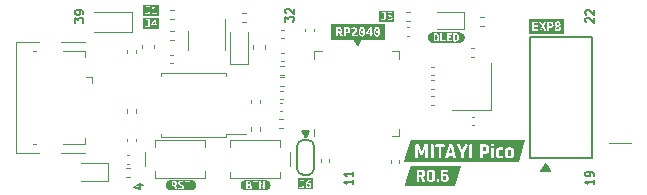
<source format=gbr>
%TF.GenerationSoftware,KiCad,Pcbnew,8.0.1*%
%TF.CreationDate,2024-04-07T18:53:55+05:30*%
%TF.ProjectId,Mitayi-Pico-RP2040,4d697461-7969-42d5-9069-636f2d525032,0.6*%
%TF.SameCoordinates,PX73df160PY5f2d3c0*%
%TF.FileFunction,Legend,Top*%
%TF.FilePolarity,Positive*%
%FSLAX46Y46*%
G04 Gerber Fmt 4.6, Leading zero omitted, Abs format (unit mm)*
G04 Created by KiCad (PCBNEW 8.0.1) date 2024-04-07 18:53:55*
%MOMM*%
%LPD*%
G01*
G04 APERTURE LIST*
%ADD10C,0.150000*%
%ADD11C,0.120000*%
%ADD12C,0.000000*%
G04 APERTURE END LIST*
D10*
X47300000Y15650000D02*
X47300000Y5350000D01*
X42050000Y15650000D02*
X47300000Y15650000D01*
X42050000Y15650000D02*
X42050000Y5350000D01*
X47300000Y5350000D02*
X42050000Y5350000D01*
X3516033Y16833333D02*
X3516033Y17266667D01*
X3516033Y17266667D02*
X3782700Y17033333D01*
X3782700Y17033333D02*
X3782700Y17133333D01*
X3782700Y17133333D02*
X3816033Y17200000D01*
X3816033Y17200000D02*
X3849366Y17233333D01*
X3849366Y17233333D02*
X3916033Y17266667D01*
X3916033Y17266667D02*
X4082700Y17266667D01*
X4082700Y17266667D02*
X4149366Y17233333D01*
X4149366Y17233333D02*
X4182700Y17200000D01*
X4182700Y17200000D02*
X4216033Y17133333D01*
X4216033Y17133333D02*
X4216033Y16933333D01*
X4216033Y16933333D02*
X4182700Y16866667D01*
X4182700Y16866667D02*
X4149366Y16833333D01*
X4216033Y17600000D02*
X4216033Y17733334D01*
X4216033Y17733334D02*
X4182700Y17800000D01*
X4182700Y17800000D02*
X4149366Y17833334D01*
X4149366Y17833334D02*
X4049366Y17900000D01*
X4049366Y17900000D02*
X3916033Y17933334D01*
X3916033Y17933334D02*
X3649366Y17933334D01*
X3649366Y17933334D02*
X3582700Y17900000D01*
X3582700Y17900000D02*
X3549366Y17866667D01*
X3549366Y17866667D02*
X3516033Y17800000D01*
X3516033Y17800000D02*
X3516033Y17666667D01*
X3516033Y17666667D02*
X3549366Y17600000D01*
X3549366Y17600000D02*
X3582700Y17566667D01*
X3582700Y17566667D02*
X3649366Y17533334D01*
X3649366Y17533334D02*
X3816033Y17533334D01*
X3816033Y17533334D02*
X3882700Y17566667D01*
X3882700Y17566667D02*
X3916033Y17600000D01*
X3916033Y17600000D02*
X3949366Y17666667D01*
X3949366Y17666667D02*
X3949366Y17800000D01*
X3949366Y17800000D02*
X3916033Y17866667D01*
X3916033Y17866667D02*
X3882700Y17900000D01*
X3882700Y17900000D02*
X3816033Y17933334D01*
X21316033Y16933333D02*
X21316033Y17366667D01*
X21316033Y17366667D02*
X21582700Y17133333D01*
X21582700Y17133333D02*
X21582700Y17233333D01*
X21582700Y17233333D02*
X21616033Y17300000D01*
X21616033Y17300000D02*
X21649366Y17333333D01*
X21649366Y17333333D02*
X21716033Y17366667D01*
X21716033Y17366667D02*
X21882700Y17366667D01*
X21882700Y17366667D02*
X21949366Y17333333D01*
X21949366Y17333333D02*
X21982700Y17300000D01*
X21982700Y17300000D02*
X22016033Y17233333D01*
X22016033Y17233333D02*
X22016033Y17033333D01*
X22016033Y17033333D02*
X21982700Y16966667D01*
X21982700Y16966667D02*
X21949366Y16933333D01*
X21382700Y17633334D02*
X21349366Y17666667D01*
X21349366Y17666667D02*
X21316033Y17733334D01*
X21316033Y17733334D02*
X21316033Y17900000D01*
X21316033Y17900000D02*
X21349366Y17966667D01*
X21349366Y17966667D02*
X21382700Y18000000D01*
X21382700Y18000000D02*
X21449366Y18033334D01*
X21449366Y18033334D02*
X21516033Y18033334D01*
X21516033Y18033334D02*
X21616033Y18000000D01*
X21616033Y18000000D02*
X22016033Y17600000D01*
X22016033Y17600000D02*
X22016033Y18033334D01*
X43045238Y4340867D02*
X43045238Y4302772D01*
X43083333Y4417058D02*
X43083333Y4302772D01*
X43121428Y4493248D02*
X43121428Y4302772D01*
X43159523Y4569439D02*
X43159523Y4302772D01*
X43197618Y4607534D02*
X43197618Y4302772D01*
X43235714Y4683724D02*
X43235714Y4302772D01*
X43273809Y4759915D02*
X43273809Y4302772D01*
X43311904Y4836105D02*
X43311904Y4302772D01*
X43349999Y4912296D02*
X43349999Y4302772D01*
X43388095Y4836105D02*
X43388095Y4302772D01*
X43426190Y4759915D02*
X43426190Y4302772D01*
X43464285Y4683724D02*
X43464285Y4302772D01*
X43502380Y4607534D02*
X43502380Y4302772D01*
X43540476Y4569439D02*
X43540476Y4302772D01*
X43578571Y4493248D02*
X43578571Y4302772D01*
X43616666Y4417058D02*
X43616666Y4302772D01*
X43654761Y4302772D02*
X43349999Y4874200D01*
X43349999Y4874200D02*
X43045238Y4302772D01*
X43654761Y4340867D02*
X43654761Y4302772D01*
X43349999Y4912296D02*
X43692857Y4302772D01*
X43692857Y4302772D02*
X43007142Y4302772D01*
X43007142Y4302772D02*
X43349999Y4912296D01*
X27016033Y3566667D02*
X27016033Y3166667D01*
X27016033Y3366667D02*
X26316033Y3366667D01*
X26316033Y3366667D02*
X26416033Y3300000D01*
X26416033Y3300000D02*
X26482700Y3233333D01*
X26482700Y3233333D02*
X26516033Y3166667D01*
X27016033Y4233334D02*
X27016033Y3833334D01*
X27016033Y4033334D02*
X26316033Y4033334D01*
X26316033Y4033334D02*
X26416033Y3966667D01*
X26416033Y3966667D02*
X26482700Y3900000D01*
X26482700Y3900000D02*
X26516033Y3833334D01*
X46782700Y16866667D02*
X46749366Y16900000D01*
X46749366Y16900000D02*
X46716033Y16966667D01*
X46716033Y16966667D02*
X46716033Y17133333D01*
X46716033Y17133333D02*
X46749366Y17200000D01*
X46749366Y17200000D02*
X46782700Y17233333D01*
X46782700Y17233333D02*
X46849366Y17266667D01*
X46849366Y17266667D02*
X46916033Y17266667D01*
X46916033Y17266667D02*
X47016033Y17233333D01*
X47016033Y17233333D02*
X47416033Y16833333D01*
X47416033Y16833333D02*
X47416033Y17266667D01*
X46782700Y17533334D02*
X46749366Y17566667D01*
X46749366Y17566667D02*
X46716033Y17633334D01*
X46716033Y17633334D02*
X46716033Y17800000D01*
X46716033Y17800000D02*
X46749366Y17866667D01*
X46749366Y17866667D02*
X46782700Y17900000D01*
X46782700Y17900000D02*
X46849366Y17933334D01*
X46849366Y17933334D02*
X46916033Y17933334D01*
X46916033Y17933334D02*
X47016033Y17900000D01*
X47016033Y17900000D02*
X47416033Y17500000D01*
X47416033Y17500000D02*
X47416033Y17933334D01*
X8799366Y3133334D02*
X9266033Y3133334D01*
X8532700Y2966667D02*
X9032700Y2800001D01*
X9032700Y2800001D02*
X9032700Y3233334D01*
X47416033Y3566667D02*
X47416033Y3166667D01*
X47416033Y3366667D02*
X46716033Y3366667D01*
X46716033Y3366667D02*
X46816033Y3300000D01*
X46816033Y3300000D02*
X46882700Y3233333D01*
X46882700Y3233333D02*
X46916033Y3166667D01*
X47416033Y3900000D02*
X47416033Y4033334D01*
X47416033Y4033334D02*
X47382700Y4100000D01*
X47382700Y4100000D02*
X47349366Y4133334D01*
X47349366Y4133334D02*
X47249366Y4200000D01*
X47249366Y4200000D02*
X47116033Y4233334D01*
X47116033Y4233334D02*
X46849366Y4233334D01*
X46849366Y4233334D02*
X46782700Y4200000D01*
X46782700Y4200000D02*
X46749366Y4166667D01*
X46749366Y4166667D02*
X46716033Y4100000D01*
X46716033Y4100000D02*
X46716033Y3966667D01*
X46716033Y3966667D02*
X46749366Y3900000D01*
X46749366Y3900000D02*
X46782700Y3866667D01*
X46782700Y3866667D02*
X46849366Y3833334D01*
X46849366Y3833334D02*
X47016033Y3833334D01*
X47016033Y3833334D02*
X47082700Y3866667D01*
X47082700Y3866667D02*
X47116033Y3900000D01*
X47116033Y3900000D02*
X47149366Y3966667D01*
X47149366Y3966667D02*
X47149366Y4100000D01*
X47149366Y4100000D02*
X47116033Y4166667D01*
X47116033Y4166667D02*
X47082700Y4200000D01*
X47082700Y4200000D02*
X47016033Y4233334D01*
X23316667Y7633967D02*
X23316667Y7667300D01*
X23283333Y7567300D02*
X23283333Y7667300D01*
X23250000Y7500634D02*
X23250000Y7667300D01*
X23216667Y7433967D02*
X23216667Y7667300D01*
X23183333Y7400634D02*
X23183333Y7667300D01*
X23150000Y7333967D02*
X23150000Y7667300D01*
X23116667Y7267300D02*
X23116667Y7667300D01*
X23083333Y7200634D02*
X23083333Y7667300D01*
X23050000Y7133967D02*
X23050000Y7667300D01*
X23016667Y7200634D02*
X23016667Y7667300D01*
X22983333Y7267300D02*
X22983333Y7667300D01*
X22950000Y7333967D02*
X22950000Y7667300D01*
X22916667Y7400634D02*
X22916667Y7667300D01*
X22883333Y7433967D02*
X22883333Y7667300D01*
X22850000Y7500634D02*
X22850000Y7667300D01*
X22816667Y7567300D02*
X22816667Y7667300D01*
X22783333Y7667300D02*
X23050000Y7167300D01*
X23050000Y7167300D02*
X23316667Y7667300D01*
X22783333Y7633967D02*
X22783333Y7667300D01*
X23050000Y7133967D02*
X22750000Y7667300D01*
X22750000Y7667300D02*
X23350000Y7667300D01*
X23350000Y7667300D02*
X23050000Y7133967D01*
X27754762Y15559134D02*
X27754762Y15597229D01*
X27716666Y15482943D02*
X27716666Y15597229D01*
X27678571Y15406753D02*
X27678571Y15597229D01*
X27640476Y15330562D02*
X27640476Y15597229D01*
X27602381Y15292467D02*
X27602381Y15597229D01*
X27564285Y15216277D02*
X27564285Y15597229D01*
X27526190Y15140086D02*
X27526190Y15597229D01*
X27488095Y15063896D02*
X27488095Y15597229D01*
X27450000Y14987705D02*
X27450000Y15597229D01*
X27411904Y15063896D02*
X27411904Y15597229D01*
X27373809Y15140086D02*
X27373809Y15597229D01*
X27335714Y15216277D02*
X27335714Y15597229D01*
X27297619Y15292467D02*
X27297619Y15597229D01*
X27259523Y15330562D02*
X27259523Y15597229D01*
X27221428Y15406753D02*
X27221428Y15597229D01*
X27183333Y15482943D02*
X27183333Y15597229D01*
X27145238Y15597229D02*
X27450000Y15025800D01*
X27450000Y15025800D02*
X27754762Y15597229D01*
X27145238Y15559134D02*
X27145238Y15597229D01*
X27450000Y14987705D02*
X27107142Y15597229D01*
X27107142Y15597229D02*
X27792857Y15597229D01*
X27792857Y15597229D02*
X27450000Y14987705D01*
%TO.C,JP6*%
X22785000Y6890000D02*
X23285000Y6890000D01*
X23735000Y6440000D02*
X23735000Y4435000D01*
X22335000Y4440000D02*
X22335000Y6440000D01*
X23285000Y3990000D02*
X22785000Y3990000D01*
X23285000Y6890000D02*
G75*
G02*
X23735000Y6440000I0J-450000D01*
G01*
X22335000Y6440000D02*
G75*
G02*
X22785000Y6890000I450000J0D01*
G01*
X23735000Y4440000D02*
G75*
G02*
X23285000Y3990000I-450000J0D01*
G01*
X22785000Y3990000D02*
G75*
G02*
X22335000Y4440000I0J450000D01*
G01*
D11*
%TO.C,JP5*%
X31542379Y17780000D02*
X31877621Y17780000D01*
X31542379Y17020000D02*
X31877621Y17020000D01*
D12*
%TO.C,kibuzzard-66126165*%
G36*
X23318651Y3180692D02*
G01*
X23350599Y3159439D01*
X23373936Y3078874D01*
X23368935Y3039980D01*
X23353377Y3003309D01*
X23326152Y2975528D01*
X23286147Y2964415D01*
X23237807Y2978306D01*
X23207248Y3015532D01*
X23191691Y3068317D01*
X23187246Y3129991D01*
X23187801Y3151105D01*
X23189468Y3171107D01*
X23226139Y3183331D01*
X23269478Y3187776D01*
X23318651Y3180692D01*
G37*
G36*
X23646192Y2730867D02*
G01*
X23507286Y2730867D01*
X23289481Y2730867D01*
X22688294Y2730867D01*
X22492714Y2730867D01*
X22353808Y2730867D01*
X22353808Y2907741D01*
X22492714Y2907741D01*
X22571613Y2864402D01*
X22624120Y2851067D01*
X22688294Y2846622D01*
X22749969Y2851484D01*
X22801642Y2866069D01*
X22844008Y2888989D01*
X22877762Y2918854D01*
X22919990Y2996641D01*
X22929575Y3042480D01*
X22932769Y3091097D01*
X22932769Y3142215D01*
X23052784Y3142215D01*
X23059514Y3049673D01*
X23079701Y2975034D01*
X23113347Y2918298D01*
X23159835Y2878478D01*
X23218546Y2854586D01*
X23289481Y2846622D01*
X23342265Y2852040D01*
X23387271Y2868292D01*
X23455057Y2924410D01*
X23494506Y2999975D01*
X23507286Y3081096D01*
X23495617Y3165551D01*
X23457279Y3235560D01*
X23388937Y3283344D01*
X23342682Y3296679D01*
X23287258Y3301124D01*
X23251698Y3296123D01*
X23210582Y3282232D01*
X23248920Y3354464D01*
X23310594Y3401692D01*
X23388382Y3427806D01*
X23475059Y3436696D01*
X23467281Y3553378D01*
X23378103Y3546710D01*
X23297259Y3526708D01*
X23226139Y3493648D01*
X23166132Y3447809D01*
X23117931Y3389468D01*
X23082232Y3318904D01*
X23060146Y3236393D01*
X23052784Y3142215D01*
X22932769Y3142215D01*
X22932769Y3548933D01*
X22564946Y3548933D01*
X22564946Y3435585D01*
X22794974Y3435585D01*
X22794974Y3098876D01*
X22786779Y3034285D01*
X22762192Y2993863D01*
X22724271Y2972610D01*
X22676071Y2965526D01*
X22606617Y2982195D01*
X22544943Y3016644D01*
X22492714Y2907741D01*
X22353808Y2907741D01*
X22353808Y3669133D01*
X22492714Y3669133D01*
X23507286Y3669133D01*
X23646192Y3669133D01*
X23646192Y2730867D01*
G37*
D11*
%TO.C,D2*%
X34150000Y16295000D02*
X36435000Y16295000D01*
X36435000Y17765000D02*
X34150000Y17765000D01*
X36435000Y16295000D02*
X36435000Y17765000D01*
%TO.C,C17*%
X37327836Y8870000D02*
X37112164Y8870000D01*
X37327836Y8150000D02*
X37112164Y8150000D01*
%TO.C,C12*%
X24310000Y5297836D02*
X24310000Y5082164D01*
X25030000Y5297836D02*
X25030000Y5082164D01*
D12*
%TO.C,kibuzzard-660C3D9D*%
G36*
X18317162Y3036103D02*
G01*
X18348833Y2964427D01*
X18337720Y2914977D01*
X18309383Y2884973D01*
X18269934Y2870527D01*
X18224373Y2866638D01*
X18190479Y2867749D01*
X18158809Y2871083D01*
X18158809Y3057773D01*
X18232151Y3057773D01*
X18317162Y3036103D01*
G37*
G36*
X18257710Y3330584D02*
G01*
X18288825Y3319472D01*
X18309939Y3296136D01*
X18317718Y3256686D01*
X18291048Y3193901D01*
X18212149Y3171120D01*
X18158809Y3171120D01*
X18158809Y3328917D01*
X18188813Y3332251D01*
X18221039Y3333362D01*
X18257710Y3330584D01*
G37*
G36*
X19710967Y3536322D02*
G01*
X19794422Y3511007D01*
X19871334Y3469896D01*
X19938748Y3414571D01*
X19994073Y3347157D01*
X20035184Y3270245D01*
X20060499Y3186790D01*
X20069047Y3100000D01*
X20060499Y3013210D01*
X20035184Y2929755D01*
X19994073Y2852843D01*
X19938748Y2785429D01*
X19871334Y2730104D01*
X19794422Y2688993D01*
X19710967Y2663678D01*
X19624177Y2655130D01*
X19577875Y2655130D01*
X19467861Y2655130D01*
X18864453Y2655130D01*
X18213260Y2655130D01*
X18022125Y2655130D01*
X17975823Y2655130D01*
X17889033Y2663678D01*
X17805578Y2688993D01*
X17728666Y2730104D01*
X17682811Y2767736D01*
X18022125Y2767736D01*
X18070187Y2758985D01*
X18118804Y2752734D01*
X18166865Y2748984D01*
X18213260Y2747734D01*
X18268128Y2750373D01*
X18319384Y2758291D01*
X18365501Y2772459D01*
X18404951Y2793851D01*
X18462180Y2860526D01*
X18478015Y2907337D01*
X18483294Y2964427D01*
X18477043Y3011100D01*
X18458291Y3055550D01*
X18422036Y3094444D01*
X18363279Y3124447D01*
X18427176Y3184455D01*
X18445095Y3225016D01*
X18451068Y3271133D01*
X18441066Y3335585D01*
X18403284Y3393926D01*
X18326608Y3436153D01*
X18287903Y3444488D01*
X18545524Y3444488D01*
X18545524Y3331140D01*
X18726658Y3331140D01*
X18726658Y2756624D01*
X18864453Y2756624D01*
X18864453Y3331140D01*
X19045586Y3331140D01*
X19045586Y3444488D01*
X19124485Y3444488D01*
X19124485Y2756624D01*
X19247834Y2756624D01*
X19247834Y3213348D01*
X19289135Y3137103D01*
X19328585Y3060983D01*
X19366182Y2984986D01*
X19401927Y2908988D01*
X19435820Y2832868D01*
X19467861Y2756624D01*
X19577875Y2756624D01*
X19577875Y3444488D01*
X19454526Y3444488D01*
X19454526Y3021101D01*
X19434940Y3064440D01*
X19411743Y3114446D01*
X19385629Y3168620D01*
X19357292Y3224460D01*
X19327427Y3281273D01*
X19296729Y3338363D01*
X19265614Y3393509D01*
X19234499Y3444488D01*
X19124485Y3444488D01*
X19045586Y3444488D01*
X18545524Y3444488D01*
X18287903Y3444488D01*
X18270489Y3448238D01*
X18199925Y3452266D01*
X18107691Y3447266D01*
X18022125Y3435598D01*
X18022125Y2767736D01*
X17682811Y2767736D01*
X17661252Y2785429D01*
X17605927Y2852843D01*
X17564816Y2929755D01*
X17539501Y3013210D01*
X17530953Y3100000D01*
X17539501Y3186790D01*
X17564816Y3270245D01*
X17605927Y3347157D01*
X17661252Y3414571D01*
X17728666Y3469896D01*
X17805578Y3511007D01*
X17889033Y3536322D01*
X17975823Y3544870D01*
X18022125Y3544870D01*
X19577875Y3544870D01*
X19624177Y3544870D01*
X19710967Y3536322D01*
G37*
D11*
%TO.C,C13*%
X9200000Y14950580D02*
X9200000Y14669420D01*
X10220000Y14950580D02*
X10220000Y14669420D01*
%TO.C,C6*%
X30240000Y5187836D02*
X30240000Y4972164D01*
X30960000Y5187836D02*
X30960000Y4972164D01*
%TO.C,C11*%
X21177836Y16265000D02*
X20962164Y16265000D01*
X21177836Y15545000D02*
X20962164Y15545000D01*
D12*
%TO.C,kibuzzard-631DD065*%
G36*
X44457745Y16809080D02*
G01*
X44487590Y16742405D01*
X44471080Y16674460D01*
X44415200Y16610325D01*
X44352653Y16640170D01*
X44312330Y16668745D01*
X44283120Y16741135D01*
X44314235Y16808445D01*
X44385990Y16831305D01*
X44457745Y16809080D01*
G37*
G36*
X44415200Y16472530D02*
G01*
X44469175Y16440780D01*
X44499655Y16405855D01*
X44509180Y16361405D01*
X44475525Y16296000D01*
X44384720Y16268695D01*
X44298995Y16294730D01*
X44262800Y16371565D01*
X44281850Y16440780D01*
X44336460Y16506185D01*
X44415200Y16472530D01*
G37*
G36*
X43791789Y16807651D02*
G01*
X43835445Y16786220D01*
X43863544Y16747644D01*
X43872910Y16689065D01*
X43863385Y16627311D01*
X43834810Y16586830D01*
X43787503Y16564446D01*
X43721780Y16556985D01*
X43658280Y16556985D01*
X43658280Y16810985D01*
X43697015Y16814160D01*
X43735750Y16814795D01*
X43791789Y16807651D01*
G37*
G36*
X42243500Y17172512D02*
G01*
X44656500Y17172512D01*
X44921083Y17172512D01*
X44921083Y15927488D01*
X44656500Y15927488D01*
X42243500Y15927488D01*
X41978917Y15927488D01*
X41978917Y16941795D01*
X42243500Y16941795D01*
X42243500Y16155665D01*
X42747690Y16155665D01*
X42812460Y16155665D01*
X42981370Y16155665D01*
X43010580Y16224404D01*
X43044870Y16301080D01*
X43081700Y16380296D01*
X43118530Y16456655D01*
X43155836Y16377915D01*
X43191555Y16299175D01*
X43223781Y16223927D01*
X43250610Y16155665D01*
X43419520Y16155665D01*
X43502070Y16155665D01*
X43658280Y16155665D01*
X43658280Y16352515D01*
X44116750Y16352515D01*
X44135800Y16262980D01*
X44189775Y16195670D01*
X44273595Y16153760D01*
X44325189Y16142806D01*
X44382180Y16139155D01*
X44452348Y16144235D01*
X44510450Y16159475D01*
X44594905Y16210910D01*
X44641895Y16281395D01*
X44656500Y16358865D01*
X44649039Y16416015D01*
X44626655Y16468085D01*
X44586174Y16515710D01*
X44524420Y16559525D01*
X44573950Y16599371D01*
X44608240Y16647790D01*
X44628243Y16700971D01*
X44634910Y16755105D01*
X44618241Y16839560D01*
X44568235Y16904965D01*
X44489971Y16946875D01*
X44388530Y16960845D01*
X44323125Y16955448D01*
X44269150Y16939255D01*
X44191680Y16884645D01*
X44149135Y16810350D01*
X44135800Y16730975D01*
X44156120Y16639535D01*
X44185330Y16597625D01*
X44232320Y16558255D01*
X44180568Y16514599D01*
X44144690Y16464910D01*
X44123735Y16410459D01*
X44116750Y16352515D01*
X43658280Y16352515D01*
X43658280Y16421095D01*
X43714160Y16421095D01*
X43808069Y16428080D01*
X43886598Y16449035D01*
X43949745Y16483960D01*
X43995959Y16534548D01*
X44023687Y16602493D01*
X44032930Y16687795D01*
X44023758Y16772250D01*
X43996241Y16839348D01*
X43950380Y16889090D01*
X43887868Y16923309D01*
X43810398Y16943841D01*
X43717970Y16950685D01*
X43668440Y16949415D01*
X43611290Y16946240D01*
X43553505Y16940525D01*
X43502070Y16931635D01*
X43502070Y16155665D01*
X43419520Y16155665D01*
X43385230Y16238850D01*
X43361894Y16289650D01*
X43335065Y16344260D01*
X43305379Y16401569D01*
X43273470Y16460465D01*
X43240132Y16518885D01*
X43206160Y16574765D01*
X43406820Y16941795D01*
X43249340Y16941795D01*
X43118530Y16690335D01*
X42994070Y16941795D01*
X42825160Y16941795D01*
X43030900Y16570955D01*
X42999785Y16515234D01*
X42967400Y16457290D01*
X42935174Y16399029D01*
X42904535Y16342355D01*
X42875960Y16288380D01*
X42849925Y16238215D01*
X42812460Y16155665D01*
X42747690Y16155665D01*
X42747690Y16285205D01*
X42399710Y16285205D01*
X42399710Y16506185D01*
X42677840Y16506185D01*
X42677840Y16635725D01*
X42399710Y16635725D01*
X42399710Y16812255D01*
X42719750Y16812255D01*
X42719750Y16941795D01*
X42243500Y16941795D01*
X41978917Y16941795D01*
X41978917Y17172512D01*
X42243500Y17172512D01*
G37*
%TO.C,kibuzzard-632CA15B*%
G36*
X28484885Y15994990D02*
G01*
X28307085Y15994990D01*
X28345185Y16067380D01*
X28390270Y16140405D01*
X28437895Y16209620D01*
X28484885Y16271850D01*
X28484885Y15994990D01*
G37*
G36*
X25910912Y16333128D02*
G01*
X25955045Y16311220D01*
X25983620Y16273755D01*
X25993145Y16219780D01*
X25957585Y16131515D01*
X25910912Y16108179D01*
X25842015Y16100400D01*
X25807725Y16100400D01*
X25807725Y16336620D01*
X25833125Y16339795D01*
X25854715Y16340430D01*
X25910912Y16333128D01*
G37*
G36*
X26576234Y16333286D02*
G01*
X26619890Y16311855D01*
X26647989Y16273279D01*
X26657355Y16214700D01*
X26647830Y16152946D01*
X26619255Y16112465D01*
X26571947Y16090081D01*
X26506225Y16082620D01*
X26442725Y16082620D01*
X26442725Y16336620D01*
X26481460Y16339795D01*
X26520195Y16340430D01*
X26576234Y16333286D01*
G37*
G36*
X27862426Y16334239D02*
G01*
X27903860Y16281375D01*
X27922557Y16227259D01*
X27933776Y16158891D01*
X27937515Y16076270D01*
X27933776Y15992944D01*
X27922557Y15924152D01*
X27903860Y15869895D01*
X27862426Y15817031D01*
X27805435Y15799410D01*
X27749238Y15817031D01*
X27707645Y15869895D01*
X27688595Y15924152D01*
X27677165Y15992944D01*
X27673355Y16076270D01*
X27673941Y16088970D01*
X27735585Y16088970D01*
X27754635Y16029915D01*
X27806705Y16005150D01*
X27856870Y16029915D01*
X27876555Y16088970D01*
X27856870Y16148660D01*
X27806705Y16174060D01*
X27754635Y16148660D01*
X27735585Y16088970D01*
X27673941Y16088970D01*
X27677165Y16158891D01*
X27688595Y16227259D01*
X27707645Y16281375D01*
X27749238Y16334239D01*
X27805435Y16351860D01*
X27862426Y16334239D01*
G37*
G36*
X29132426Y16334239D02*
G01*
X29173860Y16281375D01*
X29192557Y16227259D01*
X29203776Y16158891D01*
X29207515Y16076270D01*
X29203776Y15992944D01*
X29192557Y15924152D01*
X29173860Y15869895D01*
X29132426Y15817031D01*
X29075435Y15799410D01*
X29019238Y15817031D01*
X28977645Y15869895D01*
X28958595Y15924152D01*
X28947165Y15992944D01*
X28943355Y16076270D01*
X28943941Y16088970D01*
X29005585Y16088970D01*
X29024635Y16029915D01*
X29076705Y16005150D01*
X29126870Y16029915D01*
X29146555Y16088970D01*
X29126870Y16148660D01*
X29076705Y16174060D01*
X29024635Y16148660D01*
X29005585Y16088970D01*
X28943941Y16088970D01*
X28947165Y16158891D01*
X28958595Y16227259D01*
X28977645Y16281375D01*
X29019238Y16334239D01*
X29075435Y16351860D01*
X29132426Y16334239D01*
G37*
G36*
X25651515Y16749793D02*
G01*
X29348485Y16749793D01*
X29771818Y16749793D01*
X29771818Y15400207D01*
X29348485Y15400207D01*
X25651515Y15400207D01*
X25228182Y15400207D01*
X25228182Y15681300D01*
X25651515Y15681300D01*
X25807725Y15681300D01*
X25807725Y15970860D01*
X25889005Y15970860D01*
X25932026Y15898946D01*
X25972190Y15827985D01*
X26008544Y15756071D01*
X26040135Y15681300D01*
X26203965Y15681300D01*
X26286515Y15681300D01*
X26442725Y15681300D01*
X26442725Y15946730D01*
X26498605Y15946730D01*
X26592514Y15953715D01*
X26671043Y15974670D01*
X26734190Y16009595D01*
X26780404Y16060183D01*
X26808132Y16128128D01*
X26817375Y16213430D01*
X26808203Y16297885D01*
X26780686Y16364983D01*
X26765854Y16381070D01*
X26907545Y16381070D01*
X26985015Y16271850D01*
X27065025Y16331540D01*
X27142495Y16349320D01*
X27216155Y16323285D01*
X27245365Y16248990D01*
X27221870Y16181680D01*
X27162180Y16113100D01*
X27124715Y16076746D01*
X27084710Y16038805D01*
X27044705Y15998482D01*
X27007240Y15954985D01*
X26974220Y15907836D01*
X26947550Y15856560D01*
X26929929Y15800680D01*
X26924055Y15739720D01*
X26923420Y15713050D01*
X26926595Y15681300D01*
X27439675Y15681300D01*
X27439675Y15810840D01*
X27101855Y15810840D01*
X27115190Y15852750D01*
X27147575Y15897835D01*
X27188215Y15941015D01*
X27226315Y15977210D01*
X27291085Y16040710D01*
X27320718Y16076270D01*
X27532385Y16076270D01*
X27536751Y15978797D01*
X27549848Y15894660D01*
X27571676Y15823857D01*
X27602235Y15766390D01*
X27655857Y15709946D01*
X27723591Y15676079D01*
X27805435Y15664790D01*
X27887279Y15676079D01*
X27955013Y15709946D01*
X28008635Y15766390D01*
X28039194Y15823857D01*
X28052409Y15866720D01*
X28157225Y15866720D01*
X28484885Y15866720D01*
X28484885Y15681300D01*
X28641095Y15681300D01*
X28641095Y15866720D01*
X28726185Y15866720D01*
X28726185Y15994990D01*
X28641095Y15994990D01*
X28641095Y16076270D01*
X28802385Y16076270D01*
X28806751Y15978797D01*
X28819848Y15894660D01*
X28841676Y15823857D01*
X28872235Y15766390D01*
X28925857Y15709946D01*
X28993591Y15676079D01*
X29075435Y15664790D01*
X29157279Y15676079D01*
X29225013Y15709946D01*
X29278635Y15766390D01*
X29309194Y15823857D01*
X29331023Y15894660D01*
X29344119Y15978797D01*
X29348485Y16076270D01*
X29344119Y16173147D01*
X29331023Y16256769D01*
X29309194Y16327135D01*
X29278635Y16384245D01*
X29225013Y16440337D01*
X29157279Y16473992D01*
X29075435Y16485210D01*
X28994861Y16473921D01*
X28927551Y16440054D01*
X28873505Y16383610D01*
X28842390Y16326301D01*
X28820165Y16255975D01*
X28806830Y16172631D01*
X28802385Y16076270D01*
X28641095Y16076270D01*
X28641095Y16467430D01*
X28501395Y16467430D01*
X28450595Y16413296D01*
X28399795Y16352495D01*
X28350265Y16287884D01*
X28303275Y16222320D01*
X28259460Y16157074D01*
X28219455Y16093415D01*
X28184848Y16033884D01*
X28157225Y15981020D01*
X28157225Y15866720D01*
X28052409Y15866720D01*
X28061023Y15894660D01*
X28074119Y15978797D01*
X28078485Y16076270D01*
X28074119Y16173147D01*
X28061023Y16256769D01*
X28039194Y16327135D01*
X28008635Y16384245D01*
X27955013Y16440337D01*
X27887279Y16473992D01*
X27805435Y16485210D01*
X27724861Y16473921D01*
X27657551Y16440054D01*
X27603505Y16383610D01*
X27572390Y16326301D01*
X27550165Y16255975D01*
X27536830Y16172631D01*
X27532385Y16076270D01*
X27320718Y16076270D01*
X27348235Y16109290D01*
X27388875Y16182315D01*
X27404115Y16260420D01*
X27383795Y16358845D01*
X27329185Y16429330D01*
X27250445Y16471240D01*
X27157735Y16485210D01*
X27091536Y16478860D01*
X27025020Y16459810D01*
X26962314Y16427425D01*
X26907545Y16381070D01*
X26765854Y16381070D01*
X26734825Y16414725D01*
X26672313Y16448944D01*
X26594843Y16469476D01*
X26502415Y16476320D01*
X26452885Y16475050D01*
X26395735Y16471875D01*
X26337950Y16466160D01*
X26286515Y16457270D01*
X26286515Y15681300D01*
X26203965Y15681300D01*
X26167770Y15764485D01*
X26123955Y15852115D01*
X26076965Y15935935D01*
X26031245Y16008960D01*
X26086807Y16044837D01*
X26123955Y16094050D01*
X26144910Y16153105D01*
X26151895Y16218510D01*
X26146656Y16280264D01*
X26130940Y16333445D01*
X26070615Y16414090D01*
X26027435Y16441713D01*
X25976635Y16461080D01*
X25918850Y16472510D01*
X25854715Y16476320D01*
X25810265Y16475050D01*
X25756925Y16471875D01*
X25701680Y16465525D01*
X25651515Y16456000D01*
X25651515Y15681300D01*
X25228182Y15681300D01*
X25228182Y16749793D01*
X25651515Y16749793D01*
G37*
D11*
%TO.C,C19*%
X8117836Y5600000D02*
X7902164Y5600000D01*
X8117836Y4880000D02*
X7902164Y4880000D01*
%TO.C,R2*%
X18450000Y8003641D02*
X18450000Y7696359D01*
X19210000Y8003641D02*
X19210000Y7696359D01*
%TO.C,R7*%
X38123641Y17340000D02*
X37816359Y17340000D01*
X38123641Y16580000D02*
X37816359Y16580000D01*
%TO.C,R10*%
X33626359Y10600000D02*
X33933641Y10600000D01*
X33626359Y9840000D02*
X33933641Y9840000D01*
D12*
%TO.C,kibuzzard-66126574*%
G36*
X32898300Y4213531D02*
G01*
X32922113Y4142094D01*
X32922113Y4018269D01*
X32898300Y3949212D01*
X32823688Y3927781D01*
X32668113Y3927781D01*
X32650650Y3945244D01*
X32650650Y4218294D01*
X32668113Y4235756D01*
X32823688Y4235756D01*
X32898300Y4213531D01*
G37*
G36*
X34927919Y3839675D02*
G01*
X34949350Y3767444D01*
X34949350Y3657906D01*
X34927919Y3585675D01*
X34855688Y3564244D01*
X34765200Y3564244D01*
X34693763Y3585675D01*
X34673125Y3657906D01*
X34673125Y3861106D01*
X34855688Y3861106D01*
X34927919Y3839675D01*
G37*
G36*
X33758725Y4214325D02*
G01*
X33779363Y4142094D01*
X33779363Y3657906D01*
X33758725Y3585675D01*
X33687288Y3564244D01*
X33593625Y3564244D01*
X33522188Y3585675D01*
X33501550Y3657906D01*
X33501550Y4142094D01*
X33522188Y4214325D01*
X33593625Y4235756D01*
X33687288Y4235756D01*
X33758725Y4214325D01*
G37*
G36*
X35680129Y3058890D02*
G01*
X35150963Y3058890D01*
X34889025Y3058890D01*
X34298475Y3058890D01*
X33719038Y3058890D01*
X32617313Y3058890D01*
X32449038Y3058890D01*
X31919871Y3058890D01*
X31415205Y3058890D01*
X31524425Y3422956D01*
X32449038Y3422956D01*
X32482375Y3389619D01*
X32617313Y3389619D01*
X32650650Y3422956D01*
X32650650Y3748394D01*
X32669700Y3765856D01*
X32776063Y3765856D01*
X32934813Y3422956D01*
X32955450Y3395969D01*
X32996725Y3389619D01*
X33125313Y3389619D01*
X33152300Y3427719D01*
X33046422Y3648381D01*
X33298350Y3648381D01*
X33315416Y3537653D01*
X33366613Y3456294D01*
X33449163Y3406287D01*
X33560288Y3389619D01*
X33719038Y3389619D01*
X33828972Y3406486D01*
X33855712Y3422956D01*
X34125438Y3422956D01*
X34157188Y3389619D01*
X34298475Y3389619D01*
X34328638Y3422956D01*
X34328638Y3618219D01*
X34298475Y3648381D01*
X34471513Y3648381D01*
X34488578Y3537653D01*
X34539775Y3456294D01*
X34622325Y3406287D01*
X34733450Y3389619D01*
X34889025Y3389619D01*
X35000150Y3406287D01*
X35082700Y3456294D01*
X35133897Y3537653D01*
X35150963Y3648381D01*
X35150963Y3776969D01*
X35133897Y3887697D01*
X35082700Y3969056D01*
X35000150Y4019062D01*
X34889025Y4035731D01*
X34673125Y4035731D01*
X34673125Y4142094D01*
X34694556Y4214325D01*
X34765200Y4235756D01*
X35057300Y4235756D01*
X35090638Y4267506D01*
X35090638Y4377044D01*
X35057300Y4410381D01*
X34733450Y4410381D01*
X34622325Y4393712D01*
X34539775Y4343706D01*
X34488578Y4262347D01*
X34471513Y4151619D01*
X34471513Y3648381D01*
X34298475Y3648381D01*
X34157188Y3648381D01*
X34125438Y3616631D01*
X34125438Y3422956D01*
X33855712Y3422956D01*
X33911125Y3457087D01*
X33962322Y3538645D01*
X33979388Y3648381D01*
X33979388Y4151619D01*
X33962322Y4261355D01*
X33911125Y4342913D01*
X33828972Y4393514D01*
X33719038Y4410381D01*
X33560288Y4410381D01*
X33449163Y4393712D01*
X33366613Y4343706D01*
X33315416Y4262347D01*
X33298350Y4151619D01*
X33298350Y3648381D01*
X33046422Y3648381D01*
X32982438Y3781731D01*
X32982438Y3788081D01*
X33060931Y3840645D01*
X33108026Y3920020D01*
X33123725Y4026206D01*
X33123725Y4150031D01*
X33106263Y4259966D01*
X33053875Y4342119D01*
X32970531Y4393316D01*
X32860200Y4410381D01*
X32482375Y4410381D01*
X32449038Y4377044D01*
X32449038Y3422956D01*
X31524425Y3422956D01*
X31919871Y4741110D01*
X32449038Y4741110D01*
X35150963Y4741110D01*
X35680129Y4741110D01*
X36184795Y4741110D01*
X35680129Y3058890D01*
G37*
%TO.C,kibuzzard-631DCDB3*%
G36*
X10257261Y16737770D02*
G01*
X10101686Y16737770D01*
X10135023Y16801111D01*
X10174473Y16865008D01*
X10216144Y16925571D01*
X10257261Y16980023D01*
X10257261Y16737770D01*
G37*
G36*
X9431602Y17266910D02*
G01*
X10468398Y17266910D01*
X10607304Y17266910D01*
X10607304Y16333090D01*
X10468398Y16333090D01*
X9431602Y16333090D01*
X9292696Y16333090D01*
X9292696Y16509964D01*
X9431602Y16509964D01*
X9510501Y16466625D01*
X9563007Y16453290D01*
X9627182Y16448845D01*
X9688856Y16453707D01*
X9740529Y16468292D01*
X9782896Y16491211D01*
X9816650Y16521076D01*
X9858877Y16598864D01*
X9864454Y16625534D01*
X9970558Y16625534D01*
X10257261Y16625534D01*
X10257261Y16463291D01*
X10393944Y16463291D01*
X10393944Y16625534D01*
X10468398Y16625534D01*
X10468398Y16737770D01*
X10393944Y16737770D01*
X10393944Y17151155D01*
X10271707Y17151155D01*
X10227257Y17103788D01*
X10182807Y17050587D01*
X10139468Y16994052D01*
X10098352Y16936684D01*
X10060014Y16879593D01*
X10025009Y16823892D01*
X9994728Y16771802D01*
X9970558Y16725546D01*
X9970558Y16625534D01*
X9864454Y16625534D01*
X9868462Y16644703D01*
X9871657Y16693320D01*
X9871657Y17151155D01*
X9503833Y17151155D01*
X9503833Y17037808D01*
X9733862Y17037808D01*
X9733862Y16701099D01*
X9725666Y16636507D01*
X9701080Y16596086D01*
X9663159Y16574833D01*
X9614958Y16567749D01*
X9545505Y16584417D01*
X9483831Y16618866D01*
X9431602Y16509964D01*
X9292696Y16509964D01*
X9292696Y17266910D01*
X9431602Y17266910D01*
G37*
D11*
%TO.C,C10*%
X23010000Y16122164D02*
X23010000Y16337836D01*
X23730000Y16122164D02*
X23730000Y16337836D01*
%TO.C,U3*%
X23760000Y14430000D02*
X24410000Y14430000D01*
X23760000Y13780000D02*
X23760000Y14430000D01*
X23760000Y7860000D02*
X23760000Y7210000D01*
X30980000Y14430000D02*
X30330000Y14430000D01*
X30980000Y13780000D02*
X30980000Y14430000D01*
X30980000Y7860000D02*
X30980000Y7210000D01*
X30980000Y7210000D02*
X30330000Y7210000D01*
%TO.C,R5*%
X20896359Y12205000D02*
X21203641Y12205000D01*
X20896359Y11445000D02*
X21203641Y11445000D01*
%TO.C,C2*%
X33662164Y13110000D02*
X33877836Y13110000D01*
X33662164Y12390000D02*
X33877836Y12390000D01*
%TO.C,U1*%
X10825000Y12585000D02*
X10825000Y12325000D01*
X10825000Y7135000D02*
X10825000Y7395000D01*
X13550000Y12585000D02*
X10825000Y12585000D01*
X13550000Y12585000D02*
X16275000Y12585000D01*
X13550000Y7135000D02*
X10825000Y7135000D01*
X13550000Y7135000D02*
X16275000Y7135000D01*
X16275000Y12585000D02*
X16275000Y12325000D01*
X16275000Y7395000D02*
X17950000Y7395000D01*
X16275000Y7135000D02*
X16275000Y7395000D01*
%TO.C,C5*%
X21082836Y11080000D02*
X20867164Y11080000D01*
X21082836Y10360000D02*
X20867164Y10360000D01*
%TO.C,R1*%
X18450000Y10333641D02*
X18450000Y10026359D01*
X19210000Y10333641D02*
X19210000Y10026359D01*
%TO.C,C4*%
X21167836Y14290000D02*
X20952164Y14290000D01*
X21167836Y13570000D02*
X20952164Y13570000D01*
%TO.C,C1*%
X7940000Y6802164D02*
X7940000Y7017836D01*
X8660000Y6802164D02*
X8660000Y7017836D01*
%TO.C,J5*%
X50630000Y6620000D02*
X48700000Y6620000D01*
%TO.C,JP1*%
X11917621Y17880000D02*
X11582379Y17880000D01*
X11917621Y17120000D02*
X11582379Y17120000D01*
%TO.C,R9*%
X17656359Y17680000D02*
X17963641Y17680000D01*
X17656359Y16920000D02*
X17963641Y16920000D01*
%TO.C,C9*%
X33887836Y11990000D02*
X33672164Y11990000D01*
X33887836Y11270000D02*
X33672164Y11270000D01*
%TO.C,C8*%
X31582164Y16460000D02*
X31797836Y16460000D01*
X31582164Y15740000D02*
X31797836Y15740000D01*
%TO.C,C15*%
X18570000Y14649420D02*
X18570000Y14930580D01*
X19590000Y14649420D02*
X19590000Y14930580D01*
%TO.C,J2*%
X-1470000Y15210000D02*
X-1470000Y5810000D01*
X430000Y15210000D02*
X-1470000Y15210000D01*
X430000Y5810000D02*
X-1470000Y5810000D01*
X4330000Y15210000D02*
X2330000Y15210000D01*
X4330000Y5810000D02*
X2330000Y5810000D01*
%TO.C,C16*%
X11787836Y14120000D02*
X11572164Y14120000D01*
X11787836Y13400000D02*
X11572164Y13400000D01*
%TO.C,JP4*%
X11582379Y16130000D02*
X11917621Y16130000D01*
X11582379Y15370000D02*
X11917621Y15370000D01*
%TO.C,R4*%
X7920000Y9503641D02*
X7920000Y9196359D01*
X8680000Y9503641D02*
X8680000Y9196359D01*
%TO.C,Y1*%
X35400000Y9430000D02*
X38700000Y9430000D01*
X38700000Y9430000D02*
X38700000Y13430000D01*
%TO.C,R8*%
X8133641Y4550000D02*
X7826359Y4550000D01*
X8133641Y3790000D02*
X7826359Y3790000D01*
%TO.C,D1*%
X8300000Y17750000D02*
X5150000Y17750000D01*
X8300000Y16050000D02*
X5150000Y16050000D01*
X8300000Y16050000D02*
X8300000Y17750000D01*
%TO.C,D3*%
X4000000Y3465000D02*
X6285000Y3465000D01*
X6285000Y4935000D02*
X4000000Y4935000D01*
X6285000Y3465000D02*
X6285000Y4935000D01*
%TO.C,J6*%
X-37500Y14410000D02*
X212500Y14410000D01*
X-37500Y6610000D02*
X212500Y6610000D01*
X2512500Y14410000D02*
X4362500Y14410000D01*
X2512500Y6610000D02*
X4362500Y6610000D01*
X4362500Y14410000D02*
X4362500Y13960000D01*
X4362500Y6610000D02*
X4362500Y7060000D01*
X4912500Y12210000D02*
X4462500Y12210000D01*
X4912500Y12210000D02*
X4912500Y11760000D01*
D12*
%TO.C,kibuzzard-631DCE60*%
G36*
X29397159Y17866910D02*
G01*
X30402841Y17866910D01*
X30541747Y17866910D01*
X30541747Y16933090D01*
X30402841Y16933090D01*
X29397159Y16933090D01*
X29258253Y16933090D01*
X29258253Y17109964D01*
X29397159Y17109964D01*
X29476058Y17066625D01*
X29528565Y17053290D01*
X29592739Y17048845D01*
X29654414Y17053707D01*
X29706087Y17068292D01*
X29735872Y17084405D01*
X29945006Y17084405D01*
X29976676Y17072181D01*
X30022793Y17060513D01*
X30076133Y17052179D01*
X30130584Y17048845D01*
X30194203Y17053012D01*
X30249488Y17065514D01*
X30296438Y17085516D01*
X30335054Y17112186D01*
X30386172Y17182751D01*
X30402841Y17271095D01*
X30395309Y17335548D01*
X30372713Y17389628D01*
X30335054Y17433338D01*
X30282085Y17466428D01*
X30213558Y17488653D01*
X30129473Y17500013D01*
X30135029Y17563354D01*
X30140586Y17637808D01*
X30377282Y17637808D01*
X30377282Y17751155D01*
X30026127Y17751155D01*
X30021960Y17666283D01*
X30016126Y17578356D01*
X30008347Y17487928D01*
X29998346Y17395555D01*
X30074744Y17393194D01*
X30135029Y17386109D01*
X30215595Y17359439D01*
X30253378Y17318323D01*
X30262823Y17265539D01*
X30257267Y17228867D01*
X30236709Y17197197D01*
X30195593Y17174416D01*
X30129473Y17165526D01*
X30077522Y17168027D01*
X30035017Y17175527D01*
X29972787Y17197752D01*
X29945006Y17084405D01*
X29735872Y17084405D01*
X29748453Y17091211D01*
X29782207Y17121076D01*
X29824435Y17198864D01*
X29834020Y17244703D01*
X29837214Y17293320D01*
X29837214Y17751155D01*
X29469391Y17751155D01*
X29469391Y17637808D01*
X29699419Y17637808D01*
X29699419Y17301099D01*
X29691224Y17236507D01*
X29666637Y17196086D01*
X29628716Y17174833D01*
X29580516Y17167749D01*
X29511062Y17184417D01*
X29449388Y17218866D01*
X29397159Y17109964D01*
X29258253Y17109964D01*
X29258253Y17866910D01*
X29397159Y17866910D01*
G37*
D11*
%TO.C,SW1*%
X9450000Y5900000D02*
X9450000Y4700000D01*
X10300000Y6900000D02*
X14500000Y6900000D01*
X10300000Y6350000D02*
X10300000Y6900000D01*
X10300000Y4250000D02*
X10300000Y3700000D01*
X10300000Y3700000D02*
X14500000Y3700000D01*
X14500000Y6900000D02*
X14500000Y6350000D01*
X14500000Y3700000D02*
X14500000Y4250000D01*
%TO.C,C18*%
X37082164Y14690000D02*
X37297836Y14690000D01*
X37082164Y13970000D02*
X37297836Y13970000D01*
D12*
%TO.C,kibuzzard-631DCCC7*%
G36*
X11937430Y3325862D02*
G01*
X11976046Y3306693D01*
X12001049Y3273911D01*
X12009383Y3226683D01*
X11978268Y3149451D01*
X11937430Y3129031D01*
X11877144Y3122225D01*
X11847141Y3122225D01*
X11847141Y3328918D01*
X11869366Y3331696D01*
X11888257Y3332251D01*
X11937430Y3325862D01*
G37*
G36*
X11710457Y3551538D02*
G01*
X13289543Y3551538D01*
X13335845Y3551538D01*
X13423936Y3542862D01*
X13508641Y3517167D01*
X13586706Y3475440D01*
X13655131Y3419286D01*
X13711285Y3350861D01*
X13753012Y3272796D01*
X13778707Y3188091D01*
X13787383Y3100000D01*
X13778707Y3011909D01*
X13753012Y2927204D01*
X13711285Y2849139D01*
X13655131Y2780714D01*
X13586706Y2724560D01*
X13508641Y2682833D01*
X13423936Y2657138D01*
X13335845Y2648462D01*
X13289543Y2648462D01*
X11710457Y2648462D01*
X11664155Y2648462D01*
X11576064Y2657138D01*
X11491359Y2682833D01*
X11413294Y2724560D01*
X11375578Y2755512D01*
X11710457Y2755512D01*
X11847141Y2755512D01*
X11847141Y3008877D01*
X11918261Y3008877D01*
X11955904Y2945953D01*
X11991048Y2883862D01*
X12022857Y2820937D01*
X12050499Y2755512D01*
X12193851Y2755512D01*
X12177411Y2793295D01*
X12250524Y2793295D01*
X12327201Y2759402D01*
X12386930Y2745650D01*
X12463884Y2741066D01*
X12541857Y2746931D01*
X12605384Y2764526D01*
X12654464Y2793851D01*
X12701553Y2857609D01*
X12717249Y2943314D01*
X12712527Y2995126D01*
X12698358Y3037214D01*
X12650019Y3099444D01*
X12585566Y3139449D01*
X12518336Y3166675D01*
X12475553Y3183344D01*
X12436659Y3203902D01*
X12408322Y3230572D01*
X12397209Y3265576D01*
X12409310Y3309409D01*
X12445610Y3335708D01*
X12506112Y3344475D01*
X12584455Y3333363D01*
X12646129Y3306693D01*
X12654972Y3330029D01*
X12789481Y3330029D01*
X12970614Y3330029D01*
X12970614Y2755512D01*
X13108409Y2755512D01*
X13108409Y3330029D01*
X13289543Y3330029D01*
X13289543Y3443376D01*
X12789481Y3443376D01*
X12789481Y3330029D01*
X12654972Y3330029D01*
X12686134Y3412261D01*
X12606680Y3444488D01*
X12555424Y3455322D01*
X12496111Y3458934D01*
X12428016Y3452884D01*
X12370416Y3434733D01*
X12323311Y3404483D01*
X12276222Y3339474D01*
X12260526Y3253353D01*
X12278306Y3171676D01*
X12323311Y3116669D01*
X12383874Y3079997D01*
X12448327Y3054439D01*
X12494999Y3034992D01*
X12537227Y3011656D01*
X12568342Y2982207D01*
X12580566Y2944425D01*
X12575565Y2911643D01*
X12557229Y2882751D01*
X12521114Y2862748D01*
X12463884Y2855525D01*
X12408461Y2859414D01*
X12362205Y2871082D01*
X12290529Y2904420D01*
X12250524Y2793295D01*
X12177411Y2793295D01*
X12162180Y2828299D01*
X12123842Y2904976D01*
X12082726Y2978318D01*
X12042721Y3042215D01*
X12091338Y3073608D01*
X12123842Y3116669D01*
X12142178Y3168342D01*
X12148289Y3225571D01*
X12143705Y3279606D01*
X12129954Y3326139D01*
X12077169Y3396704D01*
X12039387Y3420873D01*
X11994937Y3437820D01*
X11944375Y3447821D01*
X11888257Y3451155D01*
X11849363Y3450044D01*
X11802691Y3447266D01*
X11754351Y3441709D01*
X11710457Y3433375D01*
X11710457Y2755512D01*
X11375578Y2755512D01*
X11344869Y2780714D01*
X11288715Y2849139D01*
X11246988Y2927204D01*
X11221293Y3011909D01*
X11212617Y3100000D01*
X11221293Y3188091D01*
X11246988Y3272796D01*
X11288715Y3350861D01*
X11344869Y3419286D01*
X11413294Y3475440D01*
X11491359Y3517167D01*
X11576064Y3542862D01*
X11664155Y3551538D01*
X11710457Y3551538D01*
G37*
D11*
%TO.C,C7*%
X21077836Y10080000D02*
X20862164Y10080000D01*
X21077836Y9360000D02*
X20862164Y9360000D01*
%TO.C,R6*%
X20896359Y13205000D02*
X21203641Y13205000D01*
X20896359Y12445000D02*
X21203641Y12445000D01*
D12*
%TO.C,kibuzzard-631DCD0C*%
G36*
X34134898Y15813916D02*
G01*
X34180459Y15762243D01*
X34203796Y15687789D01*
X34210463Y15601111D01*
X34208380Y15552077D01*
X34202129Y15507211D01*
X34174348Y15433312D01*
X34123230Y15384417D01*
X34044887Y15366637D01*
X34032663Y15366637D01*
X34020439Y15367749D01*
X34020439Y15830029D01*
X34040442Y15832807D01*
X34060444Y15833363D01*
X34134898Y15813916D01*
G37*
G36*
X35801773Y15813916D02*
G01*
X35847334Y15762243D01*
X35870671Y15687789D01*
X35877338Y15601111D01*
X35875255Y15552077D01*
X35869004Y15507211D01*
X35841223Y15433312D01*
X35790105Y15384417D01*
X35711762Y15366637D01*
X35699538Y15366637D01*
X35687314Y15367749D01*
X35687314Y15830029D01*
X35707317Y15832807D01*
X35727319Y15833363D01*
X35801773Y15813916D01*
G37*
G36*
X33883756Y16044870D02*
G01*
X36016244Y16044870D01*
X36062546Y16044870D01*
X36149336Y16036322D01*
X36232791Y16011007D01*
X36309703Y15969896D01*
X36377117Y15914571D01*
X36432443Y15847157D01*
X36473553Y15770245D01*
X36498869Y15686790D01*
X36507417Y15600000D01*
X36498869Y15513210D01*
X36473553Y15429755D01*
X36432443Y15352843D01*
X36377117Y15285429D01*
X36309703Y15230104D01*
X36232791Y15188993D01*
X36149336Y15163678D01*
X36062546Y15155130D01*
X36016244Y15155130D01*
X33883756Y15155130D01*
X33837454Y15155130D01*
X33750664Y15163678D01*
X33667209Y15188993D01*
X33590297Y15230104D01*
X33548505Y15264402D01*
X33883756Y15264402D01*
X33958765Y15251623D01*
X34030441Y15247734D01*
X34097532Y15252595D01*
X34158790Y15267181D01*
X34213102Y15292323D01*
X34259358Y15328855D01*
X34297002Y15377333D01*
X34325478Y15438313D01*
X34343396Y15512628D01*
X34349369Y15601111D01*
X34343952Y15687650D01*
X34327700Y15760576D01*
X34301725Y15820861D01*
X34267137Y15869478D01*
X34223937Y15906566D01*
X34172125Y15932264D01*
X34124022Y15944488D01*
X34458272Y15944488D01*
X34458272Y15256624D01*
X34890548Y15256624D01*
X34890548Y15369971D01*
X34596067Y15369971D01*
X34596067Y15944488D01*
X35005007Y15944488D01*
X35005007Y15256624D01*
X35446173Y15256624D01*
X35446173Y15264402D01*
X35550631Y15264402D01*
X35625640Y15251623D01*
X35697316Y15247734D01*
X35764407Y15252595D01*
X35825665Y15267181D01*
X35879977Y15292323D01*
X35926233Y15328855D01*
X35963877Y15377333D01*
X35992353Y15438313D01*
X36010271Y15512628D01*
X36016244Y15601111D01*
X36010827Y15687650D01*
X35994575Y15760576D01*
X35968600Y15820861D01*
X35934012Y15869478D01*
X35890812Y15906566D01*
X35839000Y15932264D01*
X35779965Y15947266D01*
X35715096Y15952266D01*
X35638419Y15948933D01*
X35550631Y15935598D01*
X35550631Y15264402D01*
X35446173Y15264402D01*
X35446173Y15369971D01*
X35141691Y15369971D01*
X35141691Y15563329D01*
X35385054Y15563329D01*
X35385054Y15676676D01*
X35141691Y15676676D01*
X35141691Y15831140D01*
X35421726Y15831140D01*
X35421726Y15944488D01*
X35005007Y15944488D01*
X34596067Y15944488D01*
X34458272Y15944488D01*
X34124022Y15944488D01*
X34113090Y15947266D01*
X34048221Y15952266D01*
X33971544Y15948933D01*
X33883756Y15935598D01*
X33883756Y15264402D01*
X33548505Y15264402D01*
X33522883Y15285429D01*
X33467557Y15352843D01*
X33426447Y15429755D01*
X33401131Y15513210D01*
X33392583Y15600000D01*
X33401131Y15686790D01*
X33426447Y15770245D01*
X33467557Y15847157D01*
X33522883Y15914571D01*
X33590297Y15969896D01*
X33667209Y16011007D01*
X33750664Y16036322D01*
X33837454Y16044870D01*
X33883756Y16044870D01*
G37*
D11*
%TO.C,C14*%
X16615000Y16035000D02*
X16615000Y13325000D01*
X16615000Y13325000D02*
X18185000Y13325000D01*
X18185000Y13325000D02*
X18185000Y16035000D01*
%TO.C,R3*%
X7920000Y14246359D02*
X7920000Y14553641D01*
X8680000Y14246359D02*
X8680000Y14553641D01*
D12*
%TO.C,kibuzzard-660C15DD*%
G36*
X35463045Y5783663D02*
G01*
X35192853Y5783663D01*
X35324298Y6311269D01*
X35331600Y6311269D01*
X35463045Y5783663D01*
G37*
G36*
X38314671Y6306705D02*
G01*
X38338404Y6223639D01*
X38338404Y6070287D01*
X38314671Y5989046D01*
X38232518Y5964400D01*
X38039002Y5964400D01*
X38018920Y5984482D01*
X38018920Y6311269D01*
X38039002Y6331351D01*
X38232518Y6331351D01*
X38314671Y6306705D01*
G37*
G36*
X40431483Y6066635D02*
G01*
X40456129Y5984482D01*
X40456129Y5663172D01*
X40431483Y5581019D01*
X40348417Y5557286D01*
X40255311Y5557286D01*
X40173158Y5581019D01*
X40149424Y5663172D01*
X40149424Y5984482D01*
X40173158Y6066635D01*
X40255311Y6090368D01*
X40348417Y6090368D01*
X40431483Y6066635D01*
G37*
G36*
X41064671Y5054022D02*
G01*
X40684332Y5054022D01*
X40383104Y5054022D01*
X39742310Y5054022D01*
X38940861Y5054022D01*
X37980582Y5054022D01*
X37100631Y5054022D01*
X36384986Y5054022D01*
X35059582Y5054022D01*
X34491812Y5054022D01*
X33843716Y5054022D01*
X33365402Y5054022D01*
X32315668Y5054022D01*
X31935329Y5054022D01*
X31367742Y5054022D01*
X31470525Y5396631D01*
X32315668Y5396631D01*
X32354006Y5358293D01*
X32503707Y5358293D01*
X32534742Y5366508D01*
X32542045Y5396631D01*
X32542045Y6263803D01*
X32549347Y6263803D01*
X32739213Y5650393D01*
X32784853Y5613880D01*
X32938206Y5613880D01*
X32983846Y5650393D01*
X33170060Y6261977D01*
X33177362Y6261977D01*
X33177362Y5396631D01*
X33215701Y5358293D01*
X33365402Y5358293D01*
X33403740Y5396631D01*
X33650199Y5396631D01*
X33688538Y5358293D01*
X33843716Y5358293D01*
X33882054Y5396631D01*
X33882054Y6369689D01*
X34031755Y6369689D01*
X34070093Y6331351D01*
X34278214Y6331351D01*
X34298296Y6311269D01*
X34298296Y5396631D01*
X34338460Y5358293D01*
X34491812Y5358293D01*
X34530151Y5396631D01*
X34862414Y5396631D01*
X34884322Y5358293D01*
X35059582Y5358293D01*
X35086053Y5366508D01*
X35097920Y5396631D01*
X35149038Y5597450D01*
X35505034Y5597450D01*
X35556152Y5396631D01*
X35567106Y5366508D01*
X35594490Y5358293D01*
X35769750Y5358293D01*
X35791658Y5396631D01*
X35503689Y6492006D01*
X35857380Y6492006D01*
X36191469Y5787315D01*
X36191469Y5396631D01*
X36229808Y5358293D01*
X36384986Y5358293D01*
X36423324Y5396631D01*
X36907114Y5396631D01*
X36945453Y5358293D01*
X37100631Y5358293D01*
X37138969Y5396631D01*
X37787066Y5396631D01*
X37825404Y5358293D01*
X37980582Y5358293D01*
X38018920Y5396631D01*
X38745519Y5396631D01*
X38783857Y5358293D01*
X38940861Y5358293D01*
X38969158Y5365595D01*
X38977373Y5396631D01*
X38977373Y5655870D01*
X39169064Y5655870D01*
X39188689Y5528532D01*
X39247566Y5434969D01*
X39342498Y5377462D01*
X39470292Y5358293D01*
X39742310Y5358293D01*
X39772433Y5366508D01*
X39780648Y5394805D01*
X39780648Y5520773D01*
X39742310Y5559112D01*
X39506804Y5559112D01*
X39425564Y5583757D01*
X39404168Y5655870D01*
X39919396Y5655870D01*
X39939021Y5528532D01*
X39997897Y5434969D01*
X40092830Y5377462D01*
X40220624Y5358293D01*
X40383104Y5358293D01*
X40509757Y5377690D01*
X40604918Y5435882D01*
X40664479Y5529673D01*
X40684332Y5655870D01*
X40684332Y5991785D01*
X40664479Y6117981D01*
X40604918Y6211773D01*
X40509757Y6269964D01*
X40383104Y6289362D01*
X40220624Y6289362D01*
X40092830Y6270192D01*
X39997897Y6212685D01*
X39939021Y6119122D01*
X39919396Y5991785D01*
X39919396Y5655870D01*
X39404168Y5655870D01*
X39400918Y5666823D01*
X39400918Y5980831D01*
X39425564Y6063897D01*
X39506804Y6088543D01*
X39742310Y6088543D01*
X39772433Y6096758D01*
X39780648Y6125055D01*
X39780648Y6251023D01*
X39742310Y6289362D01*
X39470292Y6289362D01*
X39342498Y6270192D01*
X39247566Y6212685D01*
X39188689Y6119122D01*
X39169064Y5991785D01*
X39169064Y5655870D01*
X38977373Y5655870D01*
X38977373Y6251023D01*
X38940861Y6287536D01*
X38939035Y6289362D01*
X38782031Y6289362D01*
X38745519Y6251023D01*
X38745519Y5396631D01*
X38018920Y5396631D01*
X38018920Y5741674D01*
X38040828Y5761756D01*
X38270856Y5761756D01*
X38397281Y5781153D01*
X38491757Y5839345D01*
X38550633Y5933136D01*
X38570259Y6059333D01*
X38570259Y6234593D01*
X38550633Y6360789D01*
X38496914Y6446365D01*
X38745519Y6446365D01*
X38782031Y6409853D01*
X38940861Y6409853D01*
X38977373Y6446365D01*
X38977373Y6607020D01*
X38940861Y6641707D01*
X38782031Y6641707D01*
X38745519Y6605195D01*
X38745519Y6446365D01*
X38496914Y6446365D01*
X38491757Y6454581D01*
X38397281Y6512772D01*
X38270856Y6532170D01*
X37825404Y6532170D01*
X37787066Y6493832D01*
X37787066Y5396631D01*
X37138969Y5396631D01*
X37138969Y6493832D01*
X37100631Y6532170D01*
X36945453Y6532170D01*
X36907114Y6493832D01*
X36907114Y5396631D01*
X36423324Y5396631D01*
X36423324Y5787315D01*
X36757413Y6492006D01*
X36758326Y6521216D01*
X36731854Y6532170D01*
X36538338Y6532170D01*
X36494523Y6493832D01*
X36315612Y6050205D01*
X36302833Y6050205D01*
X36120270Y6493832D01*
X36076455Y6532170D01*
X35882939Y6532170D01*
X35858293Y6520303D01*
X35857380Y6492006D01*
X35503689Y6492006D01*
X35503209Y6493832D01*
X35448440Y6532170D01*
X35205632Y6532170D01*
X35150863Y6493832D01*
X34862414Y5396631D01*
X34530151Y5396631D01*
X34530151Y6311269D01*
X34552058Y6331351D01*
X34760179Y6331351D01*
X34798518Y6369689D01*
X34798518Y6493832D01*
X34760179Y6532170D01*
X34070093Y6532170D01*
X34031755Y6493832D01*
X34031755Y6369689D01*
X33882054Y6369689D01*
X33882054Y6493832D01*
X33843716Y6532170D01*
X33688538Y6532170D01*
X33650199Y6493832D01*
X33650199Y5396631D01*
X33403740Y5396631D01*
X33403740Y6493832D01*
X33365402Y6532170D01*
X33095209Y6532170D01*
X33060523Y6506611D01*
X32865181Y5862165D01*
X32854227Y5862165D01*
X32660711Y6506611D01*
X32626024Y6532170D01*
X32354006Y6532170D01*
X32315668Y6493832D01*
X32315668Y5396631D01*
X31470525Y5396631D01*
X31935329Y6945978D01*
X32315668Y6945978D01*
X40684332Y6945978D01*
X41064671Y6945978D01*
X41632258Y6945978D01*
X41064671Y5054022D01*
G37*
D11*
%TO.C,U2*%
X13110000Y15350000D02*
X13110000Y16150000D01*
X13110000Y15350000D02*
X13110000Y14550000D01*
X16230000Y15350000D02*
X16230000Y17150000D01*
X16230000Y15350000D02*
X16230000Y14550000D01*
%TO.C,R11*%
X20816359Y8710000D02*
X21123641Y8710000D01*
X20816359Y7950000D02*
X21123641Y7950000D01*
%TO.C,SW2*%
X16665000Y6885000D02*
X16665000Y6335000D01*
X16665000Y3685000D02*
X16665000Y4235000D01*
X20865000Y6885000D02*
X16665000Y6885000D01*
X20865000Y6335000D02*
X20865000Y6885000D01*
X20865000Y4235000D02*
X20865000Y3685000D01*
X20865000Y3685000D02*
X16665000Y3685000D01*
X21715000Y4685000D02*
X21715000Y5885000D01*
D12*
%TO.C,kibuzzard-631DCDA0*%
G36*
X9440492Y18366910D02*
G01*
X10459508Y18366910D01*
X10598414Y18366910D01*
X10598414Y17433090D01*
X10459508Y17433090D01*
X9440492Y17433090D01*
X9301586Y17433090D01*
X9301586Y17609964D01*
X9440492Y17609964D01*
X9519391Y17566625D01*
X9571897Y17553290D01*
X9636072Y17548845D01*
X9697746Y17553707D01*
X9749419Y17568292D01*
X9791786Y17591211D01*
X9825540Y17621076D01*
X9867767Y17698864D01*
X9877352Y17744703D01*
X9880547Y17793320D01*
X9880547Y18107804D01*
X10002784Y18107804D01*
X10047234Y17994456D01*
X10115021Y18021682D01*
X10186141Y18061131D01*
X10186141Y17676639D01*
X10041678Y17676639D01*
X10041678Y17563291D01*
X10459508Y17563291D01*
X10459508Y17676639D01*
X10322824Y17676639D01*
X10322824Y18251155D01*
X10229479Y18251155D01*
X10181696Y18207816D01*
X10122799Y18167811D01*
X10060569Y18133363D01*
X10002784Y18107804D01*
X9880547Y18107804D01*
X9880547Y18251155D01*
X9512723Y18251155D01*
X9512723Y18137808D01*
X9742752Y18137808D01*
X9742752Y17801099D01*
X9734556Y17736507D01*
X9709970Y17696086D01*
X9672049Y17674833D01*
X9623848Y17667749D01*
X9554395Y17684417D01*
X9492721Y17718866D01*
X9440492Y17609964D01*
X9301586Y17609964D01*
X9301586Y18366910D01*
X9440492Y18366910D01*
G37*
%TD*%
M02*

</source>
